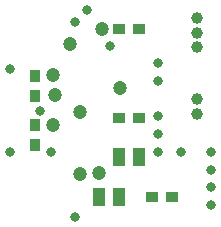
<source format=gts>
G04*
G04 #@! TF.GenerationSoftware,Altium Limited,Altium Designer,23.8.1 (32)*
G04*
G04 Layer_Color=8388736*
%FSLAX44Y44*%
%MOMM*%
G71*
G04*
G04 #@! TF.SameCoordinates,643DEE84-9218-40C6-A46F-D78355EBE29C*
G04*
G04*
G04 #@! TF.FilePolarity,Negative*
G04*
G01*
G75*
%ADD15R,0.9000X1.0000*%
%ADD16R,1.0000X0.9000*%
%ADD17R,1.0500X1.5000*%
%ADD18C,0.1000*%
%ADD19C,1.0000*%
%ADD20C,0.8000*%
%ADD21C,1.2000*%
D15*
X31000Y87500D02*
D03*
Y70500D02*
D03*
Y129500D02*
D03*
Y112500D02*
D03*
D16*
X102500Y169000D02*
D03*
X119500D02*
D03*
X102500Y94000D02*
D03*
X119500D02*
D03*
X130500Y27000D02*
D03*
X147500D02*
D03*
D17*
X102500D02*
D03*
X85500D02*
D03*
X119500Y61000D02*
D03*
X102500D02*
D03*
D18*
X30000Y30000D02*
D03*
Y170000D02*
D03*
D19*
X168000Y97500D02*
D03*
Y110000D02*
D03*
Y166000D02*
D03*
Y178500D02*
D03*
Y153500D02*
D03*
D20*
X35000Y100000D02*
D03*
X10000Y135000D02*
D03*
Y65000D02*
D03*
X155000D02*
D03*
X95000Y155000D02*
D03*
X65000Y175000D02*
D03*
X135000Y65000D02*
D03*
Y80000D02*
D03*
Y95000D02*
D03*
Y125000D02*
D03*
Y140000D02*
D03*
X75000Y185000D02*
D03*
X45000Y65000D02*
D03*
X65000Y10000D02*
D03*
X180000Y20000D02*
D03*
Y35000D02*
D03*
Y50000D02*
D03*
Y65000D02*
D03*
D21*
X85000Y47000D02*
D03*
X103000Y119000D02*
D03*
X69000Y99000D02*
D03*
X88000Y169000D02*
D03*
X61000Y156000D02*
D03*
X48000Y113000D02*
D03*
X46000Y130000D02*
D03*
Y88000D02*
D03*
X69000Y46000D02*
D03*
M02*

</source>
